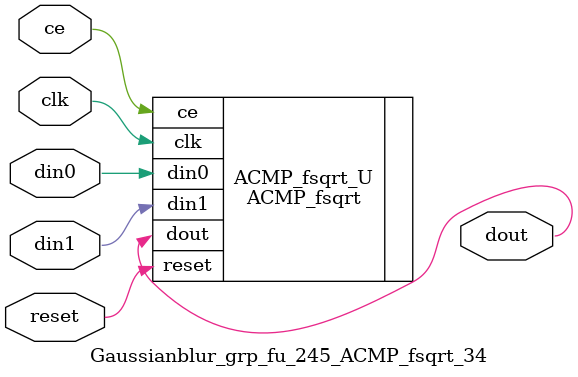
<source format=v>

`timescale 1 ns / 1 ps
module Gaussianblur_grp_fu_245_ACMP_fsqrt_34(
    clk,
    reset,
    ce,
    din0,
    din1,
    dout);

parameter ID = 32'd1;
parameter NUM_STAGE = 32'd1;
parameter din0_WIDTH = 32'd1;
parameter din1_WIDTH = 32'd1;
parameter dout_WIDTH = 32'd1;
input clk;
input reset;
input ce;
input[din0_WIDTH - 1:0] din0;
input[din1_WIDTH - 1:0] din1;
output[dout_WIDTH - 1:0] dout;



ACMP_fsqrt #(
.ID( ID ),
.NUM_STAGE( 10 ),
.din0_WIDTH( din0_WIDTH ),
.din1_WIDTH( din1_WIDTH ),
.dout_WIDTH( dout_WIDTH ))
ACMP_fsqrt_U(
    .clk( clk ),
    .reset( reset ),
    .ce( ce ),
    .din0( din0 ),
    .din1( din1 ),
    .dout( dout ));

endmodule

</source>
